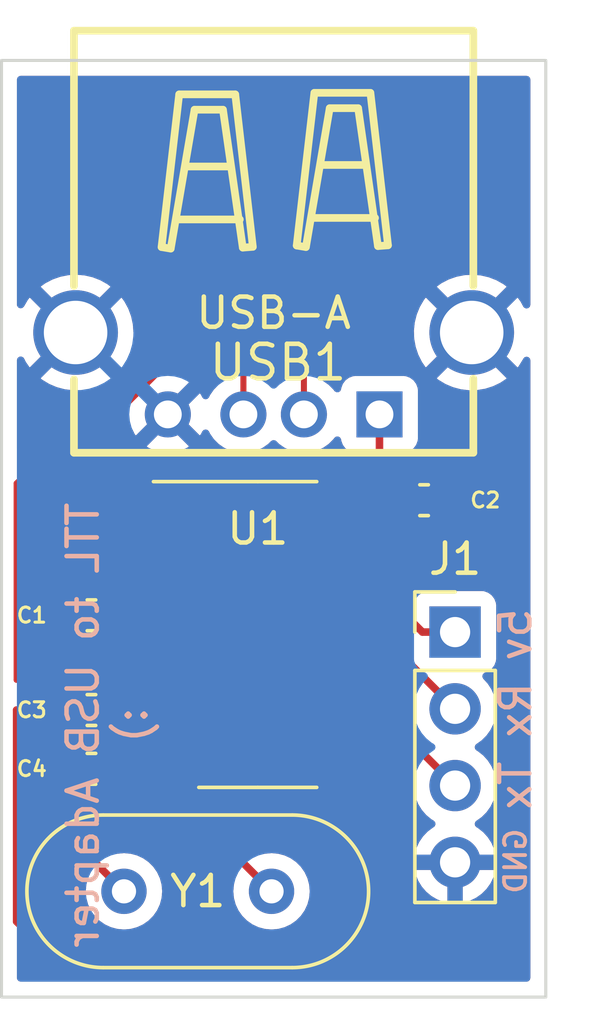
<source format=kicad_pcb>
(kicad_pcb (version 20211014) (generator pcbnew)
  (layers (0 "F.Cu" signal) (31 "B.Cu" signal) (34 "B.Paste" user) (35 "F.Paste" user) (36 "B.SilkS" user "B.Silkscreen") (37 "F.SilkS" user "F.Silkscreen") (38 "B.Mask" user) (39 "F.Mask" user) (44 "Edge.Cuts" user))
  (net 0 "")
  (net 1 "Net-(U1-Pad4)")
  (net 2 "GND")
  (net 3 "/5v")
  (net 4 "Net-(U1-Pad7)")
  (net 5 "Net-(U1-Pad8)")
  (net 6 "Net-(U1-Pad2)")
  (net 7 "Net-(U1-Pad3)")
  (net 8 "/D+")
  (net 9 "/D-")
  (footprint "Capacitor_SMD:C_0603_1608Metric" (layer "F.Cu") (at 20.975 33.365 180)
    (fp_text reference "C1" (at 1.975 0) (layer "F.SilkS") (effects (font (size 0.5 0.5) (thickness 0.1))))
    (fp_text value "0.1uF")
    (fp_line (start -0.14058 0.51) (end 0.14058 0.51) (layer "F.SilkS") (width 0.12))
    (fp_line (start -0.14058 -0.51) (end 0.14058 -0.51) (layer "F.SilkS") (width 0.12))
    (pad "1" smd roundrect (at -0.775 0 180) (size 0.9 0.95) (layers "F.Cu" "F.Paste" "F.Mask") (net 1 "Net-(U1-Pad4)"))
    (pad "2" smd roundrect (at 0.775 0 180) (size 0.9 0.95) (layers "F.Cu" "F.Paste" "F.Mask") (net 2 "GND"))
  )
  (footprint "Package_SO:SOIC-16_3.9x9.9mm_P1.27mm" (layer "F.Cu") (at 26.475 34)
    (fp_text reference "U1" (at 0 -3.5) (layer "F.SilkS"))
    (fp_text value "CH340G")
    (fp_line (start 0 5.06) (end -1.95 5.06) (layer "F.SilkS") (width 0.12))
    (fp_line (start 0 5.06) (end 1.95 5.06) (layer "F.SilkS") (width 0.12))
    (fp_line (start 0 -5.06) (end 1.95 -5.06) (layer "F.SilkS") (width 0.12))
    (fp_line (start 0 -5.06) (end -3.45 -5.06) (layer "F.SilkS") (width 0.12))
    (pad "1" smd roundrect (at -2.475 -4.445) (size 1.95 0.6) (layers "F.Cu" "F.Paste" "F.Mask") (net 2 "GND"))
    (pad "2" smd roundrect (at -2.475 -3.175) (size 1.95 0.6) (layers "F.Cu" "F.Paste" "F.Mask") (net 6 "Net-(U1-Pad2)"))
    (pad "3" smd roundrect (at -2.475 -1.905) (size 1.95 0.6) (layers "F.Cu" "F.Paste" "F.Mask") (net 7 "Net-(U1-Pad3)"))
    (pad "4" smd roundrect (at -2.475 -0.635) (size 1.95 0.6) (layers "F.Cu" "F.Paste" "F.Mask") (net 1 "Net-(U1-Pad4)"))
    (pad "5" smd roundrect (at -2.475 0.635) (size 1.95 0.6) (layers "F.Cu" "F.Paste" "F.Mask") (net 8 "/D+"))
    (pad "6" smd roundrect (at -2.475 1.905) (size 1.95 0.6) (layers "F.Cu" "F.Paste" "F.Mask") (net 9 "/D-"))
    (pad "7" smd roundrect (at -2.475 3.175) (size 1.95 0.6) (layers "F.Cu" "F.Paste" "F.Mask") (net 4 "Net-(U1-Pad7)"))
    (pad "8" smd roundrect (at -2.475 4.445) (size 1.95 0.6) (layers "F.Cu" "F.Paste" "F.Mask") (net 5 "Net-(U1-Pad8)"))
    (pad "9" smd roundrect (at 2.475 4.445) (size 1.95 0.6) (layers "F.Cu" "F.Paste" "F.Mask"))
    (pad "10" smd roundrect (at 2.475 3.175) (size 1.95 0.6) (layers "F.Cu" "F.Paste" "F.Mask"))
    (pad "11" smd roundrect (at 2.475 1.905) (size 1.95 0.6) (layers "F.Cu" "F.Paste" "F.Mask"))
    (pad "12" smd roundrect (at 2.475 0.635) (size 1.95 0.6) (layers "F.Cu" "F.Paste" "F.Mask"))
    (pad "13" smd roundrect (at 2.475 -0.635) (size 1.95 0.6) (layers "F.Cu" "F.Paste" "F.Mask"))
    (pad "14" smd roundrect (at 2.475 -1.905) (size 1.95 0.6) (layers "F.Cu" "F.Paste" "F.Mask"))
    (pad "15" smd roundrect (at 2.475 -3.175) (size 1.95 0.6) (layers "F.Cu" "F.Paste" "F.Mask"))
    (pad "16" smd roundrect (at 2.475 -4.445) (size 1.95 0.6) (layers "F.Cu" "F.Paste" "F.Mask") (net 3 "/5v"))
  )
  (footprint "Connector_PinHeader_2.54mm:PinHeader_1x04_P2.54mm_Vertical" (layer "F.Cu") (at 33 33.92)
    (fp_text reference "J1" (at 0 -2.42) (layer "F.SilkS"))
    (fp_text value "Conn_01x04")
    (fp_line (start -1.33 -1.33) (end 0 -1.33) (layer "F.SilkS") (width 0.12))
    (fp_line (start -1.33 1.27) (end -1.33 8.95) (layer "F.SilkS") (width 0.12))
    (fp_line (start 1.33 1.27) (end 1.33 8.95) (layer "F.SilkS") (width 0.12))
    (fp_line (start -1.33 1.27) (end 1.33 1.27) (layer "F.SilkS") (width 0.12))
    (fp_line (start -1.33 8.95) (end 1.33 8.95) (layer "F.SilkS") (width 0.12))
    (fp_line (start -1.33 0) (end -1.33 -1.33) (layer "F.SilkS") (width 0.12))
    (pad "1" thru_hole rect (at 0 0) (size 1.7 1.7) (drill 1) (layers *.Cu *.Mask) (net 3 "/5v"))
    (pad "2" thru_hole oval (at 0 2.54) (size 1.7 1.7) (drill 1) (layers *.Cu *.Mask) (net 6 "Net-(U1-Pad2)"))
    (pad "3" thru_hole oval (at 0 5.08) (size 1.7 1.7) (drill 1) (layers *.Cu *.Mask) (net 7 "Net-(U1-Pad3)"))
    (pad "4" thru_hole oval (at 0 7.62) (size 1.7 1.7) (drill 1) (layers *.Cu *.Mask) (net 2 "GND"))
  )
  (footprint "Capacitor_SMD:C_0603_1608Metric" (layer "F.Cu") (at 20.975 38.445 180)
    (fp_text reference "C4" (at 1.975 0) (layer "F.SilkS") (effects (font (size 0.5 0.5) (thickness 0.1))))
    (fp_text value "22pF")
    (fp_line (start -0.14058 0.51) (end 0.14058 0.51) (layer "F.SilkS") (width 0.12))
    (fp_line (start -0.14058 -0.51) (end 0.14058 -0.51) (layer "F.SilkS") (width 0.12))
    (pad "1" smd roundrect (at -0.775 0 180) (size 0.9 0.95) (layers "F.Cu" "F.Paste" "F.Mask") (net 5 "Net-(U1-Pad8)"))
    (pad "2" smd roundrect (at 0.775 0 180) (size 0.9 0.95) (layers "F.Cu" "F.Paste" "F.Mask") (net 2 "GND"))
  )
  (footprint "Capacitor_SMD:C_0603_1608Metric" (layer "F.Cu") (at 20.975 36.5 180)
    (fp_text reference "C3" (at 1.975 0) (layer "F.SilkS") (effects (font (size 0.5 0.5) (thickness 0.1))))
    (fp_text value "22pF")
    (fp_line (start -0.14058 -0.51) (end 0.14058 -0.51) (layer "F.SilkS") (width 0.12))
    (fp_line (start -0.14058 0.51) (end 0.14058 0.51) (layer "F.SilkS") (width 0.12))
    (pad "1" smd roundrect (at -0.775 0 180) (size 0.9 0.95) (layers "F.Cu" "F.Paste" "F.Mask") (net 4 "Net-(U1-Pad7)"))
    (pad "2" smd roundrect (at 0.775 0 180) (size 0.9 0.95) (layers "F.Cu" "F.Paste" "F.Mask") (net 2 "GND"))
  )
  (footprint "Crystal:Crystal_HC49-U_Vertical" (layer "F.Cu") (at 22.05 42.5)
    (fp_text reference "Y1" (at 2.44 0) (layer "F.SilkS"))
    (fp_text value "12MHz")
    (fp_line (start -0.685 2.525) (end 5.565 2.525) (layer "F.SilkS") (width 0.12))
    (fp_line (start -0.685 -2.525) (end 5.565 -2.525) (layer "F.SilkS") (width 0.12))
    (fp_arc (start 5.565 -2.525) (mid 8.09 0) (end 5.565 2.525) (layer "F.SilkS") (width 0.12))
    (fp_arc (start -0.685 2.525) (mid -3.21 0) (end -0.685 -2.525) (layer "F.SilkS") (width 0.12))
    (pad "1" thru_hole circle (at 0 0) (size 1.5 1.5) (drill 0.8) (layers *.Cu *.Mask) (net 4 "Net-(U1-Pad7)"))
    (pad "2" thru_hole circle (at 4.88 0) (size 1.5 1.5) (drill 0.8) (layers *.Cu *.Mask) (net 5 "Net-(U1-Pad8)"))
  )
  (footprint "PiE_Footprints:USB-A_female" (layer "F.Cu") (at 27 25.36 180)
    (fp_text reference "USB1" (at -2.5 0.36) (layer "F.SilkS") (effects (font (size 1.143 1.143) (thickness 0.152)) (justify right)))
    (fp_text value "USB_Type_A_903-331A1011D10100" hide)
    (fp_text user "USB-A" (at 0 2) (layer "F.SilkS"))
    (fp_line (start 3.124 9.237) (end 1.27 9.237) (layer "F.SilkS") (width 0.254))
    (fp_line (start -2.794 8.78) (end -3.449 4.215) (layer "F.SilkS") (width 0.254))
    (fp_line (start -0.762 4.233) (end -1.067 4.182) (layer "F.SilkS") (width 0.254))
    (fp_line (start 3.404 4.131) (end 3.708 4.182) (layer "F.SilkS") (width 0.254))
    (fp_line (start 3.708 4.182) (end 3.124 9.237) (layer "F.SilkS") (width 0.254))
    (fp_line (start -6.604 11.345) (end -6.604 2.9) (layer "F.SilkS") (width 0.254))
    (fp_line (start 6.604 11.345) (end 6.604 2.9) (layer "F.SilkS") (width 0.254))
    (fp_line (start 0.688 4.19) (end 1.021 4.164) (layer "F.SilkS") (width 0.254))
    (fp_line (start -3.353 5.147) (end -1.27 5.147) (layer "F.SilkS") (width 0.254))
    (fp_line (start 6.604 -2.625) (end 6.604 -0.2) (layer "F.SilkS") (width 0.254))
    (fp_line (start 1.27 9.237) (end 0.688 4.19) (layer "F.SilkS") (width 0.254))
    (fp_line (start -1.346 9.288) (end -0.762 4.233) (layer "F.SilkS") (width 0.254))
    (fp_line (start -3.782 4.241) (end -3.2 9.288) (layer "F.SilkS") (width 0.254))
    (fp_line (start -3.2 9.288) (end -1.346 9.288) (layer "F.SilkS") (width 0.254))
    (fp_line (start 1.118 5.097) (end 3.2 5.097) (layer "F.SilkS") (width 0.254))
    (fp_line (start -6.604 -2.625) (end 6.604 -2.625) (layer "F.SilkS") (width 0.254))
    (fp_line (start 1.676 8.729) (end 2.616 8.729) (layer "F.SilkS") (width 0.254))
    (fp_line (start 2.616 8.729) (end 3.404 4.131) (layer "F.SilkS") (width 0.254))
    (fp_line (start -3.449 4.215) (end -3.782 4.241) (layer "F.SilkS") (width 0.254))
    (fp_line (start -6.604 -2.625) (end -6.604 -0.175) (layer "F.SilkS") (width 0.254))
    (fp_line (start -3.023 6.9) (end -1.575 6.9) (layer "F.SilkS") (width 0.254))
    (fp_line (start -1.067 4.182) (end -1.854 8.78) (layer "F.SilkS") (width 0.254))
    (fp_line (start 1.021 4.164) (end 1.676 8.729) (layer "F.SilkS") (width 0.254))
    (fp_line (start 6.604 11.345) (end -6.604 11.345) (layer "F.SilkS") (width 0.254))
    (fp_line (start -1.854 8.78) (end -2.794 8.78) (layer "F.SilkS") (width 0.254))
    (fp_line (start 1.448 6.849) (end 2.896 6.849) (layer "F.SilkS") (width 0.254))
    (pad "1" thru_hole rect (at -3.5 -1.355 180) (size 1.524 1.524) (drill 0.92) (layers *.Cu *.Paste *.Mask) (net 3 "/5v"))
    (pad "2" thru_hole circle (at -1 -1.355 180) (size 1.524 1.524) (drill 0.92) (layers *.Cu *.Paste *.Mask) (net 9 "/D-"))
    (pad "3" thru_hole circle (at 1 -1.355 180) (size 1.524 1.524) (drill 0.92) (layers *.Cu *.Paste *.Mask) (net 8 "/D+"))
    (pad "4" thru_hole circle (at 3.5 -1.355 180) (size 1.524 1.524) (drill 0.92) (layers *.Cu *.Paste *.Mask) (net 2 "GND"))
    (pad "5" thru_hole circle (at 6.55 1.355 180) (size 2.8 2.8) (drill 2.1) (layers *.Cu *.Paste *.Mask) (net 2 "GND"))
    (pad "6" thru_hole circle (at -6.55 1.355 180) (size 2.8 2.8) (drill 2.1) (layers *.Cu *.Paste *.Mask) (net 2 "GND"))
  )
  (footprint "Capacitor_SMD:C_0603_1608Metric" (layer "F.Cu") (at 31.975 29.555)
    (fp_text reference "C2" (at 2.025 0) (layer "F.SilkS") (effects (font (size 0.5 0.5) (thickness 0.1))))
    (fp_text value "0.1uF")
    (fp_line (start -0.14058 -0.51) (end 0.14058 -0.51) (layer "F.SilkS") (width 0.12))
    (fp_line (start -0.14058 0.51) (end 0.14058 0.51) (layer "F.SilkS") (width 0.12))
    (pad "1" smd roundrect (at -0.775 0) (size 0.9 0.95) (layers "F.Cu" "F.Paste" "F.Mask") (net 3 "/5v"))
    (pad "2" smd roundrect (at 0.775 0) (size 0.9 0.95) (layers "F.Cu" "F.Paste" "F.Mask") (net 2 "GND"))
  )
  (gr_rect (start 18 15) (end 36 46) (layer "Edge.Cuts") (width 0.1) (fill none))
  (gr_text "Rx" (at 35 36.5 90) (layer "B.SilkS") (effects (font (size 1 1)) (justify mirror)))
  (gr_text "5v" (at 35 34 90) (layer "B.SilkS") (effects (font (size 1 1)) (justify mirror)))
  (gr_text "Tx" (at 35 39 90) (layer "B.SilkS") (effects (font (size 1 1)) (justify mirror)))
  (gr_text "TTL to USB Adapter\n:)\n" (at 21.5 37 90) (layer "B.SilkS") (effects (font (size 1 1)) (justify mirror)))
  (gr_text "GND" (at 35 41.5 90) (layer "B.SilkS") (effects (font (size 0.7 0.7) (thickness 0.125)) (justify mirror)))
  (segment (start 21.75 33.365) (end 24 33.365) (width 0.25) (layer "F.Cu") (net 1))
  (segment (start 18.5 43.5) (end 18.5 36.5) (width 0.25) (layer "F.Cu") (net 2))
  (segment (start 18.5 36.5) (end 20.2 36.5) (width 0.25) (layer "F.Cu") (net 2))
  (segment (start 32 45) (end 20 45) (width 0.25) (layer "F.Cu") (net 2))
  (segment (start 33 44) (end 32 45) (width 0.25) (layer "F.Cu") (net 2))
  (segment (start 33 41.54) (end 33 44) (width 0.25) (layer "F.Cu") (net 2))
  (segment (start 20 45) (end 18.5 43.5) (width 0.25) (layer "F.Cu") (net 2))
  (segment (start 30.5 28.855) (end 31.2 29.555) (width 0.25) (layer "F.Cu") (net 3))
  (segment (start 30.5 32.5) (end 31.92 33.92) (width 0.25) (layer "F.Cu") (net 3))
  (segment (start 30.5 26.715) (end 30.5 28.855) (width 0.25) (layer "F.Cu") (net 3))
  (segment (start 31.92 33.92) (end 33 33.92) (width 0.25) (layer "F.Cu") (net 3))
  (segment (start 29.65 28.855) (end 28.95 29.555) (width 0.25) (layer "F.Cu") (net 3))
  (segment (start 30.5 28.855) (end 30.5 32.5) (width 0.25) (layer "F.Cu") (net 3))
  (segment (start 30.5 28.855) (end 29.65 28.855) (width 0.25) (layer "F.Cu") (net 3))
  (segment (start 24 37.175) (end 22.425 37.175) (width 0.25) (layer "F.Cu") (net 4))
  (segment (start 21.75 36.5) (end 21.75 37.25) (width 0.25) (layer "F.Cu") (net 4))
  (segment (start 21.75 37.25) (end 21.5 37.5) (width 0.25) (layer "F.Cu") (net 4))
  (segment (start 19 37.5) (end 19 39.45) (width 0.25) (layer "F.Cu") (net 4))
  (segment (start 19 39.45) (end 22.05 42.5) (width 0.25) (layer "F.Cu") (net 4))
  (segment (start 21.5 37.5) (end 19 37.5) (width 0.25) (layer "F.Cu") (net 4))
  (segment (start 22.425 37.175) (end 21.75 36.5) (width 0.25) (layer "F.Cu") (net 4))
  (segment (start 24 38.445) (end 24 39.57) (width 0.25) (layer "F.Cu") (net 5))
  (segment (start 21.75 38.445) (end 24 38.445) (width 0.25) (layer "F.Cu") (net 5))
  (segment (start 24 39.57) (end 26.93 42.5) (width 0.25) (layer "F.Cu") (net 5))
  (segment (start 33 36.46) (end 30.54 34) (width 0.25) (layer "F.Cu") (net 6))
  (segment (start 30.54 34) (end 27.5 34) (width 0.25) (layer "F.Cu") (net 6))
  (segment (start 27.5 34) (end 27 33.5) (width 0.25) (layer "F.Cu") (net 6))
  (segment (start 26.825 30.825) (end 24 30.825) (width 0.25) (layer "F.Cu") (net 6))
  (segment (start 27 31) (end 26.825 30.825) (width 0.25) (layer "F.Cu") (net 6))
  (segment (start 27 33.5) (end 27 31) (width 0.25) (layer "F.Cu") (net 6))
  (segment (start 33 39) (end 30.25 36.25) (width 0.25) (layer "F.Cu") (net 7))
  (segment (start 26 33.5) (end 26 32) (width 0.25) (layer "F.Cu") (net 7))
  (segment (start 29.951751 35.26) (end 27.76 35.26) (width 0.25) (layer "F.Cu") (net 7))
  (segment (start 26 32) (end 24.095 32) (width 0.25) (layer "F.Cu") (net 7))
  (segment (start 27.76 35.26) (end 26 33.5) (width 0.25) (layer "F.Cu") (net 7))
  (segment (start 24.095 32) (end 24 32.095) (width 0.25) (layer "F.Cu") (net 7))
  (segment (start 30.25 35.558249) (end 29.951751 35.26) (width 0.25) (layer "F.Cu") (net 7))
  (segment (start 30.25 36.25) (end 30.25 35.558249) (width 0.25) (layer "F.Cu") (net 7))
  (segment (start 23.5 25) (end 19 29.5) (width 0.2) (layer "F.Cu") (net 8))
  (segment (start 26 26.715) (end 26 25) (width 0.2) (layer "F.Cu") (net 8))
  (segment (start 26 25) (end 23.5 25) (width 0.2) (layer "F.Cu") (net 8))
  (segment (start 19 34.5) (end 19.135 34.635) (width 0.2) (layer "F.Cu") (net 8))
  (segment (start 19 29.5) (end 19 34.5) (width 0.2) (layer "F.Cu") (net 8))
  (segment (start 19.135 34.635) (end 24 34.635) (width 0.2) (layer "F.Cu") (net 8))
  (segment (start 23 24.5) (end 18.5 29) (width 0.2) (layer "F.Cu") (net 9))
  (segment (start 18.5 29) (end 18.5 35.5) (width 0.2) (layer "F.Cu") (net 9))
  (segment (start 28 25) (end 27.5 24.5) (width 0.2) (layer "F.Cu") (net 9))
  (segment (start 28 26.715) (end 28 25) (width 0.2) (layer "F.Cu") (net 9))
  (segment (start 23.595 35.5) (end 24 35.905) (width 0.2) (layer "F.Cu") (net 9))
  (segment (start 18.5 35.5) (end 23.595 35.5) (width 0.2) (layer "F.Cu") (net 9))
  (segment (start 27.5 24.5) (end 23 24.5) (width 0.2) (layer "F.Cu") (net 9))
  (zone (net 2) (net_name "GND") (layer "F.Cu") (priority 1) (connect_pads (clearance 0.508)) (min_thickness 0.254) (fill yes (thermal_gap 0.508) (thermal_bridge_width 0.508))
    (polygon (pts (xy 36 46) (xy 18 46) (xy 18 13) (xy 36 13)))
  )
  (zone (net 2) (net_name "GND") (layer "B.Cu") (priority 1) (connect_pads (clearance 0.508)) (min_thickness 0.254) (fill yes (thermal_gap 0.508) (thermal_bridge_width 0.508))
    (polygon (pts (xy 36 46) (xy 18 46) (xy 18 13) (xy 36 13)))
  )
)
</source>
